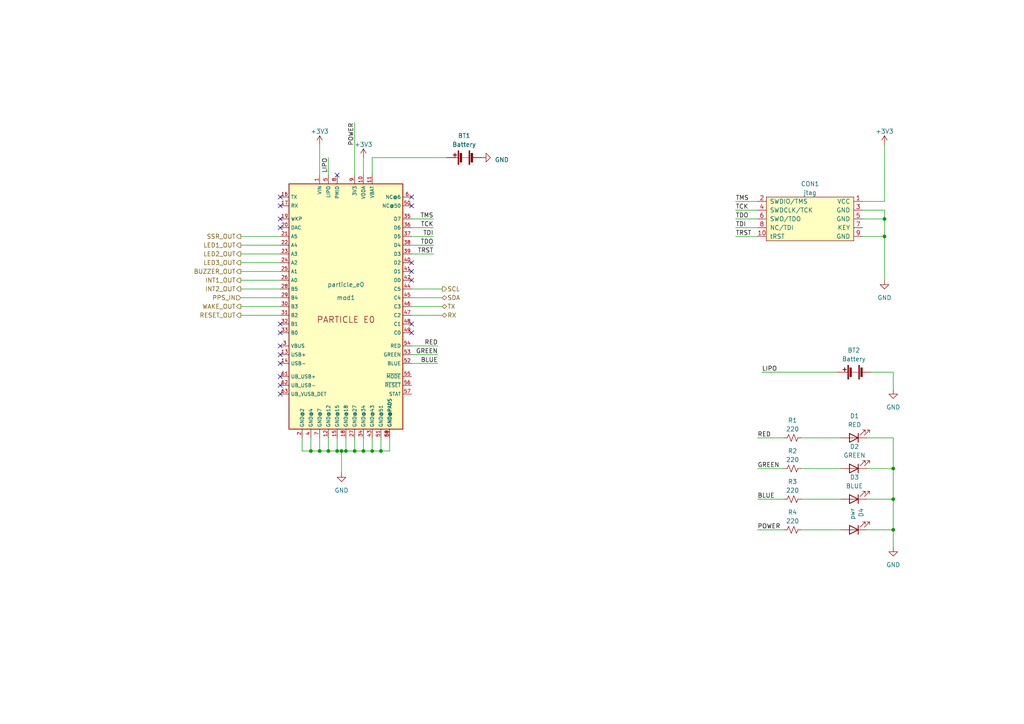
<source format=kicad_sch>
(kicad_sch (version 20210406) (generator eeschema)
  (paper "A4")
  (lib_symbols
    (symbol "Device:Battery" (pin_numbers hide) (pin_names (offset 0) hide)
      (property "Reference" "BT" (at 2.54 2.54 0))
      (property "Value" "Battery" (at 2.54 0 0))
      (symbol "Battery_0_1"
        (rectangle (start -2.032 -1.397) (end 2.032 -1.651) (fill (type outline)))
        (rectangle (start -2.032 1.778) (end 2.032 1.524) (fill (type outline)))
        (rectangle (start -1.3208 -1.9812) (end 1.27 -2.4892) (fill (type outline)))
        (rectangle (start -1.3208 1.1938) (end 1.27 0.6858) (fill (type outline)))
        (polyline (pts (xy 0 -1.524) (xy 0 -1.27)))
        (polyline (pts (xy 0 -1.016) (xy 0 -0.762)))
        (polyline (pts (xy 0 -0.508) (xy 0 -0.254)))
        (polyline (pts (xy 0 0) (xy 0 0.254)))
        (polyline (pts (xy 0 0.508) (xy 0 0.762)))
        (polyline (pts (xy 0 1.778) (xy 0 2.54)))
        (polyline (pts (xy 0.254 2.667) (xy 1.27 2.667)) (stroke (width 0.254)))
        (polyline (pts (xy 0.762 3.175) (xy 0.762 2.159)) (stroke (width 0.254)))
      )
      (symbol "Battery_1_1"
        (pin passive line (at 0 5.08 270) (length 2.54) (name "+") (number "1"))
        (pin passive line (at 0 -5.08 90) (length 2.54) (name "-") (number "2"))
      )
    )
    (symbol "Device:LED" (pin_numbers hide) (pin_names (offset 1.016) hide)
      (property "Reference" "D" (at 0 2.54 0))
      (property "Value" "LED" (at 0 -2.54 0))
      (symbol "LED_0_1"
        (polyline (pts (xy -1.27 -1.27) (xy -1.27 1.27)) (stroke (width 0.254)))
        (polyline (pts (xy -1.27 0) (xy 1.27 0)))
        (polyline (pts (xy 1.27 -1.27) (xy 1.27 1.27) (xy -1.27 0) (xy 1.27 -1.27)) (stroke (width 0.254)))
        (polyline (pts (xy -3.048 -0.762) (xy -4.572 -2.286) (xy -3.81 -2.286) (xy -4.572 -2.286) (xy -4.572 -1.524)))
        (polyline (pts (xy -1.778 -0.762) (xy -3.302 -2.286) (xy -2.54 -2.286) (xy -3.302 -2.286) (xy -3.302 -1.524)))
      )
      (symbol "LED_1_1"
        (pin passive line (at -3.81 0 0) (length 2.54) (name "K") (number "1"))
        (pin passive line (at 3.81 0 180) (length 2.54) (name "A") (number "2"))
      )
    )
    (symbol "Device:R_Small_US" (pin_numbers hide) (pin_names (offset 0.254) hide)
      (property "Reference" "R" (at 0.762 0.508 0))
      (property "Value" "R_Small_US" (at 0.762 -1.016 0))
      (symbol "R_Small_US_1_1"
        (polyline (pts (xy 0 0) (xy 1.016 -0.381) (xy 0 -0.762) (xy -1.016 -1.143) (xy 0 -1.524)))
        (polyline (pts (xy 0 1.524) (xy 1.016 1.143) (xy 0 0.762) (xy -1.016 0.381) (xy 0 0)))
        (pin passive line (at 0 2.54 270) (length 1.016) (name "~") (number "1"))
        (pin passive line (at 0 -2.54 90) (length 1.016) (name "~") (number "2"))
      )
    )
    (symbol "conectors:jtag" (pin_names (offset 1.016))
      (property "Reference" "CON" (at -6.35 0 90))
      (property "Value" "jtag" (at -3.81 0 90))
      (symbol "jtag_0_1"
        (rectangle (start -12.7 6.35) (end 12.7 -6.35) (fill (type background)))
      )
      (symbol "jtag_1_1"
        (pin power_in line (at -15.24 5.08 0) (length 2.54) (name "VCC") (number "1"))
        (pin unspecified line (at 15.24 -5.08 180) (length 2.54) (name "tRST") (number "10"))
        (pin unspecified line (at 15.24 5.08 180) (length 2.54) (name "SWDIO/TMS") (number "2"))
        (pin power_out line (at -15.24 2.54 0) (length 2.54) (name "GND") (number "3"))
        (pin unspecified line (at 15.24 2.54 180) (length 2.54) (name "SWDCLK/TCK") (number "4"))
        (pin power_out line (at -15.24 0 0) (length 2.54) (name "GND") (number "5"))
        (pin power_in line (at 15.24 0 180) (length 2.54) (name "SWO/TDO") (number "6"))
        (pin unspecified line (at -15.24 -2.54 0) (length 2.54) (name "KEY") (number "7"))
        (pin unspecified line (at 15.24 -2.54 180) (length 2.54) (name "NC/TDI") (number "8"))
        (pin power_out line (at -15.24 -5.08 0) (length 2.54) (name "GND") (number "9"))
      )
    )
    (symbol "modulles:particle_e0"
      (property "Reference" "mod" (at -1.27 -1.27 0))
      (property "Value" "particle_e0" (at -1.27 -13.97 0))
      (symbol "particle_e0_0_0"
        (text "PARTICLE E0" (at 0 -7.62 0) (effects (font (size 1.778 1.778))))
        (rectangle (start -16.51 -39.37) (end 16.51 31.75) (stroke (width 0.254)) (fill (type background)))
        (pin bidirectional line (at -7.62 34.29 270) (length 2.54) (name "VIN") (number "1"))
        (pin bidirectional line (at 5.08 34.29 270) (length 2.54) (name "VDDA") (number "10"))
        (pin bidirectional line (at 7.62 34.29 270) (length 2.54) (name "VBAT") (number "11"))
        (pin bidirectional line (at -5.08 -41.91 90) (length 2.54) (name "GND@12") (number "12"))
        (pin bidirectional line (at -19.05 -17.78 0) (length 2.54) (name "USB+") (number "13"))
        (pin bidirectional line (at -19.05 -20.32 0) (length 2.54) (name "USB-") (number "14"))
        (pin bidirectional line (at -2.54 -41.91 90) (length 2.54) (name "GND@15") (number "15"))
        (pin bidirectional line (at -19.05 27.94 0) (length 2.54) (name "TX") (number "16"))
        (pin bidirectional line (at -19.05 25.4 0) (length 2.54) (name "RX") (number "17"))
        (pin bidirectional line (at 0 -41.91 90) (length 2.54) (name "GND@18") (number "18"))
        (pin bidirectional line (at -19.05 21.59 0) (length 2.54) (name "WKP") (number "19"))
        (pin bidirectional line (at -12.7 -41.91 90) (length 2.54) (name "GND@2") (number "2"))
        (pin bidirectional line (at -19.05 19.05 0) (length 2.54) (name "DAC") (number "20"))
        (pin bidirectional line (at -19.05 16.51 0) (length 2.54) (name "A5") (number "21"))
        (pin bidirectional line (at -19.05 13.97 0) (length 2.54) (name "A4") (number "22"))
        (pin bidirectional line (at -19.05 11.43 0) (length 2.54) (name "A3") (number "23"))
        (pin bidirectional line (at -19.05 8.89 0) (length 2.54) (name "A2") (number "24"))
        (pin bidirectional line (at -19.05 6.35 0) (length 2.54) (name "A1") (number "25"))
        (pin bidirectional line (at -19.05 3.81 0) (length 2.54) (name "A0") (number "26"))
        (pin bidirectional line (at 2.54 -41.91 90) (length 2.54) (name "GND@27") (number "27"))
        (pin bidirectional line (at -19.05 1.27 0) (length 2.54) (name "B5") (number "28"))
        (pin bidirectional line (at -19.05 -1.27 0) (length 2.54) (name "B4") (number "29"))
        (pin bidirectional line (at -19.05 -15.24 0) (length 2.54) (name "VBUS") (number "3"))
        (pin bidirectional line (at -19.05 -3.81 0) (length 2.54) (name "B3") (number "30"))
        (pin bidirectional line (at -19.05 -6.35 0) (length 2.54) (name "B2") (number "31"))
        (pin bidirectional line (at -19.05 -8.89 0) (length 2.54) (name "B1") (number "32"))
        (pin bidirectional line (at -19.05 -11.43 0) (length 2.54) (name "B0") (number "33"))
        (pin bidirectional line (at 5.08 -41.91 90) (length 2.54) (name "GND@34") (number "34"))
        (pin bidirectional line (at 19.05 21.59 180) (length 2.54) (name "D7") (number "35"))
        (pin bidirectional line (at 19.05 19.05 180) (length 2.54) (name "D6") (number "36"))
        (pin bidirectional line (at 19.05 16.51 180) (length 2.54) (name "D5") (number "37"))
        (pin bidirectional line (at 19.05 13.97 180) (length 2.54) (name "D4") (number "38"))
        (pin bidirectional line (at 19.05 11.43 180) (length 2.54) (name "D3") (number "39"))
        (pin bidirectional line (at -10.16 -41.91 90) (length 2.54) (name "GND@4") (number "4"))
        (pin bidirectional line (at 19.05 8.89 180) (length 2.54) (name "D2") (number "40"))
        (pin bidirectional line (at 19.05 6.35 180) (length 2.54) (name "D1") (number "41"))
        (pin bidirectional line (at 19.05 3.81 180) (length 2.54) (name "D0") (number "42"))
        (pin bidirectional line (at 7.62 -41.91 90) (length 2.54) (name "GND@43") (number "43"))
        (pin bidirectional line (at 19.05 1.27 180) (length 2.54) (name "C5") (number "44"))
        (pin bidirectional line (at 19.05 -1.27 180) (length 2.54) (name "C4") (number "45"))
        (pin bidirectional line (at 19.05 -3.81 180) (length 2.54) (name "C3") (number "46"))
        (pin bidirectional line (at 19.05 -6.35 180) (length 2.54) (name "C2") (number "47"))
        (pin bidirectional line (at 19.05 -8.89 180) (length 2.54) (name "C1") (number "48"))
        (pin bidirectional line (at 19.05 -11.43 180) (length 2.54) (name "C0") (number "49"))
        (pin bidirectional line (at -5.08 34.29 270) (length 2.54) (name "LIPO") (number "5"))
        (pin bidirectional line (at 19.05 25.4 180) (length 2.54) (name "NC@50") (number "50"))
        (pin bidirectional line (at 10.16 -41.91 90) (length 2.54) (name "GND@51") (number "51"))
        (pin bidirectional line (at 19.05 -20.32 180) (length 2.54) (name "BLUE") (number "52"))
        (pin bidirectional line (at 19.05 -17.78 180) (length 2.54) (name "GREEN") (number "53"))
        (pin bidirectional line (at 19.05 -15.24 180) (length 2.54) (name "RED") (number "54"))
        (pin bidirectional line (at 19.05 -24.13 180) (length 2.54) (name "~MODE") (number "55"))
        (pin bidirectional line (at 19.05 -26.67 180) (length 2.54) (name "~RESET") (number "56"))
        (pin bidirectional line (at 19.05 -29.21 180) (length 2.54) (name "STAT") (number "57"))
        (pin bidirectional line (at 12.7 -41.91 90) (length 2.54) (name "GND@PADS") (number "58"))
        (pin bidirectional line (at 12.7 -41.91 90) (length 2.54) (name "GND@PADS") (number "59"))
        (pin bidirectional line (at 19.05 27.94 180) (length 2.54) (name "NC@6") (number "6"))
        (pin bidirectional line (at 12.7 -41.91 90) (length 2.54) (name "GND@PADS") (number "60"))
        (pin bidirectional line (at -19.05 -24.13 0) (length 2.54) (name "UB_USB+") (number "61"))
        (pin bidirectional line (at -19.05 -26.67 0) (length 2.54) (name "UB_USB-") (number "62"))
        (pin bidirectional line (at -19.05 -29.21 0) (length 2.54) (name "UB_VUSB_DET") (number "63"))
        (pin bidirectional line (at -7.62 -41.91 90) (length 2.54) (name "GND@7") (number "7"))
        (pin bidirectional line (at -2.54 34.29 270) (length 2.54) (name "PMID") (number "8"))
        (pin bidirectional line (at 2.54 34.29 270) (length 2.54) (name "3V3") (number "9"))
      )
    )
    (symbol "power:+3V3" (power) (pin_names (offset 0))
      (property "Value" "+3V3" (at 0 3.556 0))
      (symbol "+3V3_0_1"
        (polyline (pts (xy -0.762 1.27) (xy 0 2.54)))
        (polyline (pts (xy 0 0) (xy 0 2.54)))
        (polyline (pts (xy 0 2.54) (xy 0.762 1.27)))
      )
      (symbol "+3V3_1_1"
        (pin power_in line (at 0 0 90) (length 0) hide (name "+3V3") (number "1"))
      )
    )
    (symbol "power:GND" (power) (pin_names (offset 0))
      (property "Value" "GND" (at 0 -3.81 0))
      (symbol "GND_0_1"
        (polyline (pts (xy 0 0) (xy 0 -1.27) (xy 1.27 -1.27) (xy 0 -2.54) (xy -1.27 -1.27) (xy 0 -1.27)))
      )
      (symbol "GND_1_1"
        (pin power_in line (at 0 0 270) (length 0) hide (name "GND") (number "1"))
      )
    )
  )
  (junction (at 90.17 130.81) (diameter 0.9144))
  (junction (at 92.71 130.81) (diameter 0.9144))
  (junction (at 95.25 130.81) (diameter 0.9144))
  (junction (at 97.79 130.81) (diameter 0.9144))
  (junction (at 99.06 130.81) (diameter 0.9144))
  (junction (at 100.33 130.81) (diameter 0.9144))
  (junction (at 102.87 130.81) (diameter 0.9144))
  (junction (at 105.41 130.81) (diameter 0.9144))
  (junction (at 107.95 130.81) (diameter 0.9144))
  (junction (at 110.49 130.81) (diameter 0.9144))
  (junction (at 256.54 63.5) (diameter 0.9144))
  (junction (at 256.54 68.58) (diameter 0.9144))
  (junction (at 259.08 135.89) (diameter 0.9144))
  (junction (at 259.08 144.78) (diameter 0.9144))
  (junction (at 259.08 153.67) (diameter 0.9144))
  (no_connect (at 81.28 57.15))
  (no_connect (at 81.28 59.69))
  (no_connect (at 81.28 63.5))
  (no_connect (at 81.28 66.04))
  (no_connect (at 81.28 93.98))
  (no_connect (at 81.28 96.52))
  (no_connect (at 81.28 100.33))
  (no_connect (at 81.28 102.87))
  (no_connect (at 81.28 105.41))
  (no_connect (at 81.28 109.22))
  (no_connect (at 81.28 111.76))
  (no_connect (at 81.28 114.3))
  (no_connect (at 97.79 50.8))
  (no_connect (at 119.38 57.15))
  (no_connect (at 119.38 59.69))
  (no_connect (at 119.38 76.2))
  (no_connect (at 119.38 78.74))
  (no_connect (at 119.38 81.28))
  (no_connect (at 119.38 93.98))
  (no_connect (at 119.38 96.52))
  (wire (pts (xy 69.85 68.58) (xy 81.28 68.58)))
  (wire (pts (xy 69.85 71.12) (xy 81.28 71.12)))
  (wire (pts (xy 69.85 73.66) (xy 81.28 73.66)))
  (wire (pts (xy 69.85 76.2) (xy 81.28 76.2)))
  (wire (pts (xy 69.85 78.74) (xy 81.28 78.74)))
  (wire (pts (xy 69.85 81.28) (xy 81.28 81.28)))
  (wire (pts (xy 69.85 83.82) (xy 81.28 83.82)))
  (wire (pts (xy 69.85 86.36) (xy 81.28 86.36)))
  (wire (pts (xy 69.85 88.9) (xy 81.28 88.9)))
  (wire (pts (xy 69.85 91.44) (xy 81.28 91.44)))
  (wire (pts (xy 87.63 127) (xy 87.63 130.81)))
  (wire (pts (xy 87.63 130.81) (xy 90.17 130.81)))
  (wire (pts (xy 90.17 127) (xy 90.17 130.81)))
  (wire (pts (xy 90.17 130.81) (xy 92.71 130.81)))
  (wire (pts (xy 92.71 41.91) (xy 92.71 50.8)))
  (wire (pts (xy 92.71 127) (xy 92.71 130.81)))
  (wire (pts (xy 92.71 130.81) (xy 95.25 130.81)))
  (wire (pts (xy 95.25 45.72) (xy 95.25 50.8)))
  (wire (pts (xy 95.25 127) (xy 95.25 130.81)))
  (wire (pts (xy 95.25 130.81) (xy 97.79 130.81)))
  (wire (pts (xy 97.79 127) (xy 97.79 130.81)))
  (wire (pts (xy 97.79 130.81) (xy 99.06 130.81)))
  (wire (pts (xy 99.06 130.81) (xy 99.06 137.16)))
  (wire (pts (xy 99.06 130.81) (xy 100.33 130.81)))
  (wire (pts (xy 100.33 127) (xy 100.33 130.81)))
  (wire (pts (xy 100.33 130.81) (xy 102.87 130.81)))
  (wire (pts (xy 102.87 35.56) (xy 102.87 50.8)))
  (wire (pts (xy 102.87 127) (xy 102.87 130.81)))
  (wire (pts (xy 102.87 130.81) (xy 105.41 130.81)))
  (wire (pts (xy 105.41 45.72) (xy 105.41 50.8)))
  (wire (pts (xy 105.41 127) (xy 105.41 130.81)))
  (wire (pts (xy 105.41 130.81) (xy 107.95 130.81)))
  (wire (pts (xy 107.95 45.72) (xy 129.54 45.72)))
  (wire (pts (xy 107.95 50.8) (xy 107.95 45.72)))
  (wire (pts (xy 107.95 127) (xy 107.95 130.81)))
  (wire (pts (xy 107.95 130.81) (xy 110.49 130.81)))
  (wire (pts (xy 110.49 127) (xy 110.49 130.81)))
  (wire (pts (xy 110.49 130.81) (xy 113.03 130.81)))
  (wire (pts (xy 113.03 130.81) (xy 113.03 127)))
  (wire (pts (xy 119.38 63.5) (xy 125.73 63.5)))
  (wire (pts (xy 119.38 66.04) (xy 125.73 66.04)))
  (wire (pts (xy 119.38 68.58) (xy 125.73 68.58)))
  (wire (pts (xy 119.38 71.12) (xy 125.73 71.12)))
  (wire (pts (xy 119.38 73.66) (xy 125.73 73.66)))
  (wire (pts (xy 119.38 83.82) (xy 128.27 83.82)))
  (wire (pts (xy 119.38 86.36) (xy 128.27 86.36)))
  (wire (pts (xy 119.38 88.9) (xy 128.27 88.9)))
  (wire (pts (xy 119.38 91.44) (xy 128.27 91.44)))
  (wire (pts (xy 127 100.33) (xy 119.38 100.33)))
  (wire (pts (xy 127 102.87) (xy 119.38 102.87)))
  (wire (pts (xy 127 105.41) (xy 119.38 105.41)))
  (wire (pts (xy 213.36 58.42) (xy 219.71 58.42)))
  (wire (pts (xy 213.36 60.96) (xy 219.71 60.96)))
  (wire (pts (xy 213.36 63.5) (xy 219.71 63.5)))
  (wire (pts (xy 213.36 66.04) (xy 219.71 66.04)))
  (wire (pts (xy 213.36 68.58) (xy 219.71 68.58)))
  (wire (pts (xy 219.71 127) (xy 227.33 127)))
  (wire (pts (xy 219.71 135.89) (xy 227.33 135.89)))
  (wire (pts (xy 219.71 144.78) (xy 227.33 144.78)))
  (wire (pts (xy 219.71 153.67) (xy 227.33 153.67)))
  (wire (pts (xy 220.98 107.95) (xy 242.57 107.95)))
  (wire (pts (xy 232.41 127) (xy 243.84 127)))
  (wire (pts (xy 232.41 135.89) (xy 243.84 135.89)))
  (wire (pts (xy 232.41 144.78) (xy 243.84 144.78)))
  (wire (pts (xy 232.41 153.67) (xy 243.84 153.67)))
  (wire (pts (xy 250.19 58.42) (xy 256.54 58.42)))
  (wire (pts (xy 250.19 60.96) (xy 256.54 60.96)))
  (wire (pts (xy 250.19 63.5) (xy 256.54 63.5)))
  (wire (pts (xy 250.19 68.58) (xy 256.54 68.58)))
  (wire (pts (xy 251.46 127) (xy 259.08 127)))
  (wire (pts (xy 251.46 135.89) (xy 259.08 135.89)))
  (wire (pts (xy 251.46 144.78) (xy 259.08 144.78)))
  (wire (pts (xy 251.46 153.67) (xy 259.08 153.67)))
  (wire (pts (xy 256.54 41.91) (xy 256.54 58.42)))
  (wire (pts (xy 256.54 60.96) (xy 256.54 63.5)))
  (wire (pts (xy 256.54 63.5) (xy 256.54 68.58)))
  (wire (pts (xy 256.54 68.58) (xy 256.54 81.28)))
  (wire (pts (xy 259.08 107.95) (xy 252.73 107.95)))
  (wire (pts (xy 259.08 113.03) (xy 259.08 107.95)))
  (wire (pts (xy 259.08 127) (xy 259.08 135.89)))
  (wire (pts (xy 259.08 135.89) (xy 259.08 144.78)))
  (wire (pts (xy 259.08 144.78) (xy 259.08 153.67)))
  (wire (pts (xy 259.08 153.67) (xy 259.08 158.75)))
  (label "LIPO" (at 95.25 45.72 270))
  (label "POWER" (at 102.87 35.56 270))
  (label "TMS" (at 125.73 63.5 180))
  (label "TCK" (at 125.73 66.04 180))
  (label "TDI" (at 125.73 68.58 180))
  (label "TDO" (at 125.73 71.12 180))
  (label "TRST" (at 125.73 73.66 180))
  (label "RED" (at 127 100.33 180))
  (label "GREEN" (at 127 102.87 180))
  (label "BLUE" (at 127 105.41 180))
  (label "TMS" (at 213.36 58.42 0))
  (label "TCK" (at 213.36 60.96 0))
  (label "TDO" (at 213.36 63.5 0))
  (label "TDI" (at 213.36 66.04 0))
  (label "TRST" (at 213.36 68.58 0))
  (label "RED" (at 219.71 127 0))
  (label "GREEN" (at 219.71 135.89 0))
  (label "BLUE" (at 219.71 144.78 0))
  (label "POWER" (at 219.71 153.67 0))
  (label "LIPO" (at 220.98 107.95 0))
  (hierarchical_label "SSR_OUT" (shape output) (at 69.85 68.58 180))
  (hierarchical_label "LED1_OUT" (shape output) (at 69.85 71.12 180))
  (hierarchical_label "LED2_OUT" (shape output) (at 69.85 73.66 180))
  (hierarchical_label "LED3_OUT" (shape output) (at 69.85 76.2 180))
  (hierarchical_label "BUZZER_OUT" (shape output) (at 69.85 78.74 180))
  (hierarchical_label "INT1_OUT" (shape output) (at 69.85 81.28 180))
  (hierarchical_label "INT2_OUT" (shape output) (at 69.85 83.82 180))
  (hierarchical_label "PPS_IN" (shape input) (at 69.85 86.36 180))
  (hierarchical_label "WAKE_OUT" (shape output) (at 69.85 88.9 180))
  (hierarchical_label "RESET_OUT" (shape output) (at 69.85 91.44 180))
  (hierarchical_label "SCL" (shape output) (at 128.27 83.82 0))
  (hierarchical_label "SDA" (shape bidirectional) (at 128.27 86.36 0))
  (hierarchical_label "TX" (shape bidirectional) (at 128.27 88.9 0))
  (hierarchical_label "RX" (shape bidirectional) (at 128.27 91.44 0))
  (symbol (lib_id "power:+3V3") (at 92.71 41.91 0) (unit 1)
    (property "Reference" "#PWR0105" (effects hide))
    (property "Value" "+3V3" (at 92.71 38.1 0))
  )
  (symbol (lib_id "power:+3V3") (at 105.41 45.72 0) (unit 1)
    (property "Reference" "#PWR0106" (effects hide))
    (property "Value" "+3V3" (at 105.41 41.91 0))
  )
  (symbol (lib_id "power:+3V3") (at 256.54 41.91 0) (unit 1)
    (property "Reference" "#PWR0112" (effects hide))
    (property "Value" "+3V3" (at 256.54 38.1 0))
  )
  (symbol (lib_id "power:GND") (at 99.06 137.16 0) (unit 1)
    (property "Reference" "#PWR0101" (effects hide))
    (property "Value" "GND" (at 99.06 142.24 0))
  )
  (symbol (lib_id "power:GND") (at 139.7 45.72 90) (unit 1)
    (property "Reference" "#PWR0107" (effects hide))
    (property "Value" "GND" (at 143.51 46.3549 90) (effects (justify right)))
  )
  (symbol (lib_id "power:GND") (at 256.54 81.28 0) (unit 1)
    (property "Reference" "#PWR0104" (effects hide))
    (property "Value" "GND" (at 256.54 86.36 0))
  )
  (symbol (lib_id "power:GND") (at 259.08 113.03 0) (unit 1)
    (property "Reference" "#PWR0102" (effects hide))
    (property "Value" "GND" (at 259.08 118.11 0))
  )
  (symbol (lib_id "power:GND") (at 259.08 158.75 0) (unit 1)
    (property "Reference" "#PWR0103" (effects hide))
    (property "Value" "GND" (at 259.08 163.83 0))
  )
  (symbol (lib_id "Device:R_Small_US") (at 229.87 127 90) (unit 1)
    (property "Reference" "R1" (at 229.87 121.92 90))
    (property "Value" "220" (at 229.87 124.46 90))
    (property "Footprint" "vanalles:0603RL" (effects hide))
  )
  (symbol (lib_id "Device:R_Small_US") (at 229.87 135.89 90) (unit 1)
    (property "Reference" "R2" (at 229.87 130.81 90))
    (property "Value" "220" (at 229.87 133.35 90))
    (property "Footprint" "vanalles:0603RL" (effects hide))
  )
  (symbol (lib_id "Device:R_Small_US") (at 229.87 144.78 90) (unit 1)
    (property "Reference" "R3" (at 229.87 139.7 90))
    (property "Value" "220" (at 229.87 142.24 90))
    (property "Footprint" "vanalles:0603RL" (effects hide))
  )
  (symbol (lib_id "Device:R_Small_US") (at 229.87 153.67 90) (unit 1)
    (property "Reference" "R4" (at 229.87 148.59 90))
    (property "Value" "220" (at 229.87 151.13 90))
    (property "Footprint" "vanalles:0603RL" (effects hide))
  )
  (symbol (lib_id "Device:LED") (at 247.65 127 180) (unit 1)
    (property "Reference" "D1" (at 247.8405 120.65 0))
    (property "Value" "RED" (at 247.8405 123.19 0))
    (property "Footprint" "halfgeleiders:led0603" (effects hide))
  )
  (symbol (lib_id "Device:LED") (at 247.65 135.89 180) (unit 1)
    (property "Reference" "D2" (at 247.8405 129.54 0))
    (property "Value" "GREEN" (at 247.8405 132.08 0))
    (property "Footprint" "halfgeleiders:led0603" (effects hide))
  )
  (symbol (lib_id "Device:LED") (at 247.65 144.78 180) (unit 1)
    (property "Reference" "D3" (at 247.8405 138.43 0))
    (property "Value" "BLUE" (at 247.8405 140.97 0))
    (property "Footprint" "halfgeleiders:led0603" (effects hide))
  )
  (symbol (lib_id "Device:LED") (at 247.65 153.67 180) (unit 1)
    (property "Reference" "D4" (at 249.7456 147.32 90) (effects (justify left)))
    (property "Value" "pwr" (at 247.2056 147.32 90) (effects (justify left)))
    (property "Footprint" "halfgeleiders:led0603" (effects hide))
  )
  (symbol (lib_id "Device:Battery") (at 134.62 45.72 90) (unit 1)
    (property "Reference" "BT1" (at 134.62 39.37 90))
    (property "Value" "Battery" (at 134.62 41.91 90))
    (property "Footprint" "vanalles:3012TR" (effects hide))
  )
  (symbol (lib_id "Device:Battery") (at 247.65 107.95 90) (unit 1)
    (property "Reference" "BT2" (at 247.65 101.6 90))
    (property "Value" "Battery" (at 247.65 104.14 90))
    (property "Footprint" "connectors_user:jst 2 pin" (effects hide))
  )
  (symbol (lib_id "conectors:jtag") (at 234.95 63.5 0) (mirror y) (unit 1)
    (property "Reference" "CON1" (at 234.95 53.34 0))
    (property "Value" "jtag" (at 234.95 55.88 0))
    (property "Footprint" "connectors_user:SAMTEC_FTSH-105-01-F-DV-P-TR" (effects hide))
  )
  (symbol (lib_id "modulles:particle_e0") (at 100.33 85.09 0) (unit 1)
    (property "Reference" "mod1" (at 100.33 86.36 0))
    (property "Value" "particle_e0" (at 100.33 82.55 0))
    (property "Footprint" "Module:E0" (effects hide))
  )
)
</source>
